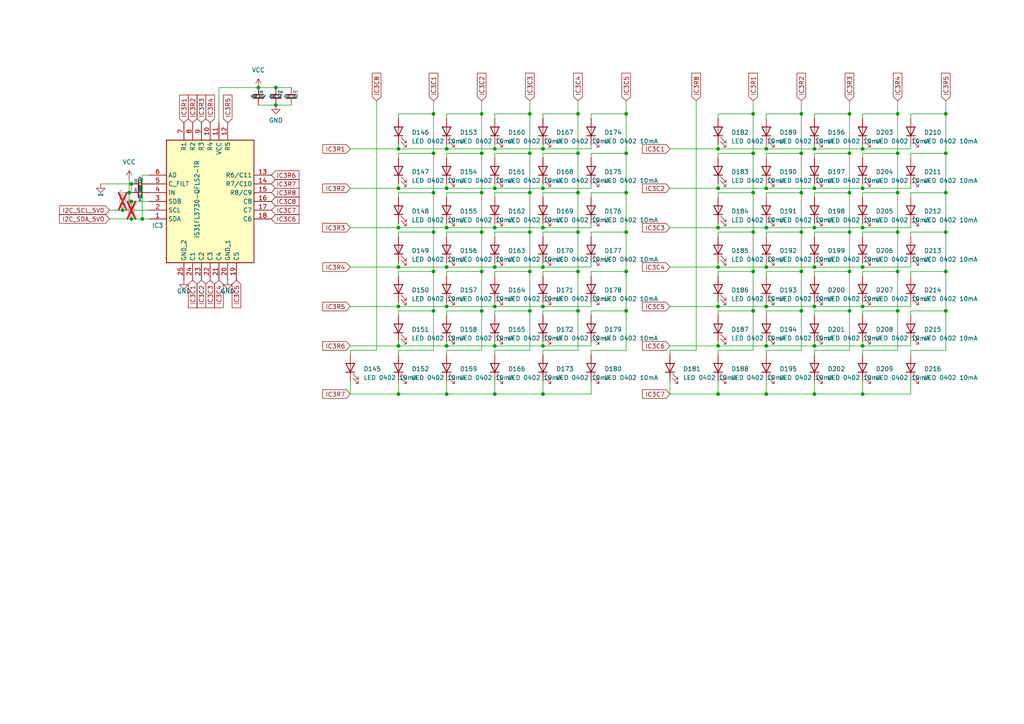
<source format=kicad_sch>
(kicad_sch (version 20231120) (generator "eeschema") (generator_version "8.0")
  (paper "A4")
  (junction (at 157.48 66.04))
  (junction (at 218.44 44.45))
  (junction (at 246.38 67.31))
  (junction (at 236.22 66.04))
  (junction (at 208.28 54.61))
  (junction (at 208.28 66.04))
  (junction (at 157.48 54.61))
  (junction (at 218.44 90.17))
  (junction (at 222.25 66.04))
  (junction (at 115.57 88.9))
  (junction (at 260.35 44.45))
  (junction (at 218.44 67.31))
  (junction (at 157.48 88.9))
  (junction (at 38.1 53.34))
  (junction (at 74.93 25.4))
  (junction (at 246.38 78.74))
  (junction (at 167.64 33.02))
  (junction (at 232.41 44.45))
  (junction (at 208.28 100.33))
  (junction (at 115.57 66.04))
  (junction (at 125.73 78.74))
  (junction (at 157.48 43.18))
  (junction (at 222.25 54.61))
  (junction (at 153.67 44.45))
  (junction (at 115.57 54.61))
  (junction (at 218.44 78.74))
  (junction (at 35.56 60.96))
  (junction (at 250.19 66.04))
  (junction (at 250.19 77.47))
  (junction (at 129.54 114.3))
  (junction (at 208.28 88.9))
  (junction (at 129.54 54.61))
  (junction (at 260.35 33.02))
  (junction (at 38.1 63.5))
  (junction (at 143.51 88.9))
  (junction (at 274.32 44.45))
  (junction (at 143.51 43.18))
  (junction (at 246.38 90.17))
  (junction (at 153.67 90.17))
  (junction (at 143.51 77.47))
  (junction (at 232.41 90.17))
  (junction (at 260.35 67.31))
  (junction (at 153.67 67.31))
  (junction (at 153.67 55.88))
  (junction (at 250.19 88.9))
  (junction (at 274.32 78.74))
  (junction (at 246.38 55.88))
  (junction (at 181.61 44.45))
  (junction (at 139.7 90.17))
  (junction (at 236.22 88.9))
  (junction (at 181.61 33.02))
  (junction (at 167.64 44.45))
  (junction (at 139.7 33.02))
  (junction (at 139.7 55.88))
  (junction (at 129.54 77.47))
  (junction (at 222.25 77.47))
  (junction (at 115.57 77.47))
  (junction (at 129.54 43.18))
  (junction (at 274.32 55.88))
  (junction (at 181.61 78.74))
  (junction (at 139.7 78.74))
  (junction (at 125.73 55.88))
  (junction (at 37.465 55.88))
  (junction (at 167.64 55.88))
  (junction (at 153.67 33.02))
  (junction (at 115.57 114.3))
  (junction (at 181.61 67.31))
  (junction (at 232.41 78.74))
  (junction (at 125.73 67.31))
  (junction (at 260.35 78.74))
  (junction (at 38.1 58.42))
  (junction (at 143.51 66.04))
  (junction (at 143.51 100.33))
  (junction (at 153.67 78.74))
  (junction (at 222.25 114.3))
  (junction (at 125.73 90.17))
  (junction (at 208.28 114.3))
  (junction (at 115.57 100.33))
  (junction (at 167.64 78.74))
  (junction (at 236.22 114.3))
  (junction (at 139.7 44.45))
  (junction (at 157.48 100.33))
  (junction (at 80.01 25.4))
  (junction (at 222.25 88.9))
  (junction (at 274.32 90.17))
  (junction (at 129.54 88.9))
  (junction (at 143.51 54.61))
  (junction (at 232.41 55.88))
  (junction (at 236.22 100.33))
  (junction (at 157.48 77.47))
  (junction (at 250.19 100.33))
  (junction (at 129.54 100.33))
  (junction (at 208.28 77.47))
  (junction (at 250.19 54.61))
  (junction (at 181.61 90.17))
  (junction (at 167.64 67.31))
  (junction (at 129.54 66.04))
  (junction (at 274.32 67.31))
  (junction (at 139.7 67.31))
  (junction (at 236.22 54.61))
  (junction (at 236.22 77.47))
  (junction (at 232.41 33.02))
  (junction (at 41.275 63.5))
  (junction (at 274.32 33.02))
  (junction (at 115.57 43.18))
  (junction (at 143.51 114.3))
  (junction (at 222.25 43.18))
  (junction (at 250.19 114.3))
  (junction (at 80.01 30.48))
  (junction (at 236.22 43.18))
  (junction (at 181.61 55.88))
  (junction (at 157.48 114.3))
  (junction (at 208.28 43.18))
  (junction (at 246.38 44.45))
  (junction (at 246.38 33.02))
  (junction (at 250.19 43.18))
  (junction (at 218.44 33.02))
  (junction (at 260.35 90.17))
  (junction (at 125.73 44.45))
  (junction (at 125.73 33.02))
  (junction (at 260.35 55.88))
  (junction (at 222.25 100.33))
  (junction (at 167.64 90.17))
  (junction (at 218.44 55.88))
  (junction (at 232.41 67.31))
  (wire (pts (xy 153.67 55.88) (xy 153.67 67.31)))
  (wire (pts (xy 171.45 80.01) (xy 171.45 78.74)))
  (wire (pts (xy 157.48 53.34) (xy 157.48 54.61)))
  (wire (pts (xy 129.54 90.17) (xy 139.7 90.17)))
  (wire (pts (xy 236.22 78.74) (xy 246.38 78.74)))
  (wire (pts (xy 153.67 78.74) (xy 153.67 90.17)))
  (wire (pts (xy 194.31 100.33) (xy 208.28 100.33)))
  (wire (pts (xy 129.54 57.15) (xy 129.54 55.88)))
  (wire (pts (xy 157.48 64.77) (xy 157.48 66.04)))
  (wire (pts (xy 250.19 57.15) (xy 250.19 55.88)))
  (wire (pts (xy 125.73 67.31) (xy 125.73 78.74)))
  (wire (pts (xy 264.16 43.18) (xy 264.16 41.91)))
  (wire (pts (xy 208.28 55.88) (xy 218.44 55.88)))
  (wire (pts (xy 222.25 88.9) (xy 236.22 88.9)))
  (wire (pts (xy 143.51 101.6) (xy 143.51 102.87)))
  (wire (pts (xy 101.6 101.6) (xy 101.6 102.87)))
  (wire (pts (xy 157.48 88.9) (xy 171.45 88.9)))
  (wire (pts (xy 250.19 34.29) (xy 250.19 33.02)))
  (wire (pts (xy 129.54 33.02) (xy 139.7 33.02)))
  (wire (pts (xy 115.57 57.15) (xy 115.57 55.88)))
  (wire (pts (xy 157.48 45.72) (xy 157.48 44.45)))
  (wire (pts (xy 264.16 67.31) (xy 274.32 67.31)))
  (wire (pts (xy 171.45 110.49) (xy 171.45 114.3)))
  (wire (pts (xy 222.25 66.04) (xy 236.22 66.04)))
  (wire (pts (xy 143.51 41.91) (xy 143.51 43.18)))
  (wire (pts (xy 157.48 54.61) (xy 171.45 54.61)))
  (wire (pts (xy 181.61 67.31) (xy 181.61 55.88)))
  (wire (pts (xy 109.22 29.21) (xy 109.22 101.6)))
  (wire (pts (xy 222.25 53.34) (xy 222.25 54.61)))
  (wire (pts (xy 139.7 29.21) (xy 139.7 33.02)))
  (wire (pts (xy 143.51 67.31) (xy 153.67 67.31)))
  (wire (pts (xy 236.22 101.6) (xy 236.22 102.87)))
  (wire (pts (xy 129.54 66.04) (xy 143.51 66.04)))
  (wire (pts (xy 157.48 76.2) (xy 157.48 77.47)))
  (wire (pts (xy 157.48 78.74) (xy 167.64 78.74)))
  (wire (pts (xy 115.57 91.44) (xy 115.57 90.17)))
  (wire (pts (xy 218.44 29.21) (xy 218.44 33.02)))
  (wire (pts (xy 274.32 33.02) (xy 274.32 29.21)))
  (wire (pts (xy 139.7 101.6) (xy 129.54 101.6)))
  (wire (pts (xy 143.51 88.9) (xy 157.48 88.9)))
  (wire (pts (xy 208.28 68.58) (xy 208.28 67.31)))
  (wire (pts (xy 194.31 88.9) (xy 208.28 88.9)))
  (wire (pts (xy 208.28 66.04) (xy 222.25 66.04)))
  (wire (pts (xy 157.48 99.06) (xy 157.48 100.33)))
  (wire (pts (xy 250.19 99.06) (xy 250.19 100.33)))
  (wire (pts (xy 129.54 54.61) (xy 143.51 54.61)))
  (wire (pts (xy 208.28 91.44) (xy 208.28 90.17)))
  (wire (pts (xy 236.22 34.29) (xy 236.22 33.02)))
  (wire (pts (xy 264.16 68.58) (xy 264.16 67.31)))
  (wire (pts (xy 115.57 99.06) (xy 115.57 100.33)))
  (wire (pts (xy 250.19 110.49) (xy 250.19 114.3)))
  (wire (pts (xy 167.64 101.6) (xy 157.48 101.6)))
  (wire (pts (xy 143.51 80.01) (xy 143.51 78.74)))
  (wire (pts (xy 260.35 55.88) (xy 260.35 67.31)))
  (wire (pts (xy 236.22 68.58) (xy 236.22 67.31)))
  (wire (pts (xy 143.51 33.02) (xy 153.67 33.02)))
  (wire (pts (xy 222.25 44.45) (xy 232.41 44.45)))
  (wire (pts (xy 171.45 88.9) (xy 171.45 87.63)))
  (wire (pts (xy 208.28 44.45) (xy 218.44 44.45)))
  (wire (pts (xy 143.51 66.04) (xy 157.48 66.04)))
  (wire (pts (xy 143.51 99.06) (xy 143.51 100.33)))
  (wire (pts (xy 181.61 44.45) (xy 181.61 33.02)))
  (wire (pts (xy 84.455 25.4) (xy 80.01 25.4)))
  (wire (pts (xy 264.16 57.15) (xy 264.16 55.88)))
  (wire (pts (xy 153.67 44.45) (xy 153.67 55.88)))
  (wire (pts (xy 264.16 66.04) (xy 264.16 64.77)))
  (wire (pts (xy 129.54 80.01) (xy 129.54 78.74)))
  (wire (pts (xy 218.44 67.31) (xy 218.44 78.74)))
  (wire (pts (xy 222.25 91.44) (xy 222.25 90.17)))
  (wire (pts (xy 194.31 43.18) (xy 208.28 43.18)))
  (wire (pts (xy 264.16 78.74) (xy 274.32 78.74)))
  (wire (pts (xy 129.54 76.2) (xy 129.54 77.47)))
  (wire (pts (xy 246.38 55.88) (xy 246.38 67.31)))
  (wire (pts (xy 167.64 29.21) (xy 167.64 33.02)))
  (wire (pts (xy 232.41 29.21) (xy 232.41 33.02)))
  (wire (pts (xy 274.32 44.45) (xy 274.32 33.02)))
  (wire (pts (xy 236.22 100.33) (xy 250.19 100.33)))
  (wire (pts (xy 143.51 64.77) (xy 143.51 66.04)))
  (wire (pts (xy 129.54 41.91) (xy 129.54 43.18)))
  (wire (pts (xy 74.93 25.4) (xy 63.5 25.4)))
  (wire (pts (xy 143.51 77.47) (xy 157.48 77.47)))
  (wire (pts (xy 218.44 33.02) (xy 218.44 44.45)))
  (wire (pts (xy 115.57 80.01) (xy 115.57 78.74)))
  (wire (pts (xy 232.41 78.74) (xy 232.41 90.17)))
  (wire (pts (xy 167.64 33.02) (xy 167.64 44.45)))
  (wire (pts (xy 129.54 43.18) (xy 143.51 43.18)))
  (wire (pts (xy 143.51 110.49) (xy 143.51 114.3)))
  (wire (pts (xy 260.35 78.74) (xy 260.35 90.17)))
  (wire (pts (xy 264.16 91.44) (xy 264.16 90.17)))
  (wire (pts (xy 171.45 66.04) (xy 171.45 64.77)))
  (wire (pts (xy 101.6 114.3) (xy 115.57 114.3)))
  (wire (pts (xy 208.28 80.01) (xy 208.28 78.74)))
  (wire (pts (xy 222.25 76.2) (xy 222.25 77.47)))
  (wire (pts (xy 115.57 101.6) (xy 115.57 102.87)))
  (wire (pts (xy 115.57 41.91) (xy 115.57 43.18)))
  (wire (pts (xy 37.465 52.07) (xy 37.465 55.88)))
  (wire (pts (xy 246.38 78.74) (xy 246.38 90.17)))
  (wire (pts (xy 236.22 64.77) (xy 236.22 66.04)))
  (wire (pts (xy 208.28 100.33) (xy 222.25 100.33)))
  (wire (pts (xy 129.54 77.47) (xy 143.51 77.47)))
  (wire (pts (xy 157.48 55.88) (xy 167.64 55.88)))
  (wire (pts (xy 222.25 87.63) (xy 222.25 88.9)))
  (wire (pts (xy 246.38 33.02) (xy 246.38 44.45)))
  (wire (pts (xy 264.16 54.61) (xy 264.16 53.34)))
  (wire (pts (xy 157.48 87.63) (xy 157.48 88.9)))
  (wire (pts (xy 143.51 44.45) (xy 153.67 44.45)))
  (wire (pts (xy 125.73 78.74) (xy 125.73 90.17)))
  (wire (pts (xy 171.45 43.18) (xy 171.45 41.91)))
  (wire (pts (xy 222.25 54.61) (xy 236.22 54.61)))
  (wire (pts (xy 194.31 54.61) (xy 208.28 54.61)))
  (wire (pts (xy 264.16 44.45) (xy 274.32 44.45)))
  (wire (pts (xy 143.51 68.58) (xy 143.51 67.31)))
  (wire (pts (xy 218.44 44.45) (xy 218.44 55.88)))
  (wire (pts (xy 264.16 45.72) (xy 264.16 44.45)))
  (wire (pts (xy 236.22 57.15) (xy 236.22 55.88)))
  (wire (pts (xy 167.64 90.17) (xy 167.64 101.6)))
  (wire (pts (xy 201.93 29.21) (xy 201.93 101.6)))
  (wire (pts (xy 115.57 68.58) (xy 115.57 67.31)))
  (wire (pts (xy 246.38 101.6) (xy 236.22 101.6)))
  (wire (pts (xy 236.22 53.34) (xy 236.22 54.61)))
  (wire (pts (xy 264.16 101.6) (xy 274.32 101.6)))
  (wire (pts (xy 115.57 90.17) (xy 125.73 90.17)))
  (wire (pts (xy 171.45 44.45) (xy 181.61 44.45)))
  (wire (pts (xy 236.22 54.61) (xy 250.19 54.61)))
  (wire (pts (xy 264.16 34.29) (xy 264.16 33.02)))
  (wire (pts (xy 250.19 77.47) (xy 264.16 77.47)))
  (wire (pts (xy 246.38 90.17) (xy 246.38 101.6)))
  (wire (pts (xy 143.51 78.74) (xy 153.67 78.74)))
  (wire (pts (xy 208.28 34.29) (xy 208.28 33.02)))
  (wire (pts (xy 250.19 101.6) (xy 250.19 102.87)))
  (wire (pts (xy 208.28 76.2) (xy 208.28 77.47)))
  (wire (pts (xy 157.48 101.6) (xy 157.48 102.87)))
  (wire (pts (xy 157.48 100.33) (xy 171.45 100.33)))
  (wire (pts (xy 232.41 101.6) (xy 222.25 101.6)))
  (wire (pts (xy 153.67 90.17) (xy 153.67 101.6)))
  (wire (pts (xy 84.455 30.48) (xy 80.01 30.48)))
  (wire (pts (xy 264.16 33.02) (xy 274.32 33.02)))
  (wire (pts (xy 157.48 110.49) (xy 157.48 114.3)))
  (wire (pts (xy 157.48 67.31) (xy 167.64 67.31)))
  (wire (pts (xy 208.28 78.74) (xy 218.44 78.74)))
  (wire (pts (xy 167.64 44.45) (xy 167.64 55.88)))
  (wire (pts (xy 208.28 77.47) (xy 222.25 77.47)))
  (wire (pts (xy 218.44 78.74) (xy 218.44 90.17)))
  (wire (pts (xy 222.25 33.02) (xy 232.41 33.02)))
  (wire (pts (xy 250.19 41.91) (xy 250.19 43.18)))
  (wire (pts (xy 194.31 77.47) (xy 208.28 77.47)))
  (wire (pts (xy 115.57 53.34) (xy 115.57 54.61)))
  (wire (pts (xy 171.45 91.44) (xy 171.45 90.17)))
  (wire (pts (xy 236.22 114.3) (xy 250.19 114.3)))
  (wire (pts (xy 139.7 55.88) (xy 139.7 67.31)))
  (wire (pts (xy 38.1 63.5) (xy 41.275 63.5)))
  (wire (pts (xy 115.57 34.29) (xy 115.57 33.02)))
  (wire (pts (xy 274.32 55.88) (xy 274.32 44.45)))
  (wire (pts (xy 250.19 54.61) (xy 264.16 54.61)))
  (wire (pts (xy 74.93 25.4) (xy 80.01 25.4)))
  (wire (pts (xy 31.75 60.96) (xy 35.56 60.96)))
  (wire (pts (xy 208.28 110.49) (xy 208.28 114.3)))
  (wire (pts (xy 129.54 91.44) (xy 129.54 90.17)))
  (wire (pts (xy 222.25 110.49) (xy 222.25 114.3)))
  (wire (pts (xy 274.32 78.74) (xy 274.32 67.31)))
  (wire (pts (xy 101.6 54.61) (xy 115.57 54.61)))
  (wire (pts (xy 167.64 67.31) (xy 167.64 78.74)))
  (wire (pts (xy 129.54 101.6) (xy 129.54 102.87)))
  (wire (pts (xy 157.48 90.17) (xy 167.64 90.17)))
  (wire (pts (xy 115.57 88.9) (xy 129.54 88.9)))
  (wire (pts (xy 232.41 90.17) (xy 232.41 101.6)))
  (wire (pts (xy 115.57 55.88) (xy 125.73 55.88)))
  (wire (pts (xy 129.54 64.77) (xy 129.54 66.04)))
  (wire (pts (xy 139.7 90.17) (xy 139.7 101.6)))
  (wire (pts (xy 41.275 63.5) (xy 43.18 63.5)))
  (wire (pts (xy 260.35 90.17) (xy 260.35 101.6)))
  (wire (pts (xy 222.25 57.15) (xy 222.25 55.88)))
  (wire (pts (xy 157.48 33.02) (xy 167.64 33.02)))
  (wire (pts (xy 222.25 64.77) (xy 222.25 66.04)))
  (wire (pts (xy 129.54 44.45) (xy 139.7 44.45)))
  (wire (pts (xy 250.19 100.33) (xy 264.16 100.33)))
  (wire (pts (xy 181.61 90.17) (xy 181.61 78.74)))
  (wire (pts (xy 232.41 55.88) (xy 232.41 67.31)))
  (wire (pts (xy 171.45 101.6) (xy 171.45 102.87)))
  (wire (pts (xy 35.56 60.96) (xy 43.18 60.96)))
  (wire (pts (xy 157.48 57.15) (xy 157.48 55.88)))
  (wire (pts (xy 274.32 90.17) (xy 274.32 78.74)))
  (wire (pts (xy 143.51 76.2) (xy 143.51 77.47)))
  (wire (pts (xy 129.54 45.72) (xy 129.54 44.45)))
  (wire (pts (xy 125.73 33.02) (xy 125.73 44.45)))
  (wire (pts (xy 143.51 53.34) (xy 143.51 54.61)))
  (wire (pts (xy 80.01 30.48) (xy 74.93 30.48)))
  (wire (pts (xy 115.57 78.74) (xy 125.73 78.74)))
  (wire (pts (xy 250.19 67.31) (xy 260.35 67.31)))
  (wire (pts (xy 101.6 66.04) (xy 115.57 66.04)))
  (wire (pts (xy 38.1 53.34) (xy 38.1 55.88)))
  (wire (pts (xy 194.31 66.04) (xy 208.28 66.04)))
  (wire (pts (xy 236.22 77.47) (xy 250.19 77.47)))
  (wire (pts (xy 222.25 68.58) (xy 222.25 67.31)))
  (wire (pts (xy 208.28 67.31) (xy 218.44 67.31)))
  (wire (pts (xy 222.25 114.3) (xy 236.22 114.3)))
  (wire (pts (xy 236.22 110.49) (xy 236.22 114.3)))
  (wire (pts (xy 143.51 91.44) (xy 143.51 90.17)))
  (wire (pts (xy 218.44 90.17) (xy 218.44 101.6)))
  (wire (pts (xy 260.35 101.6) (xy 250.19 101.6)))
  (wire (pts (xy 208.28 101.6) (xy 208.28 102.87)))
  (wire (pts (xy 101.6 88.9) (xy 115.57 88.9)))
  (wire (pts (xy 246.38 29.21) (xy 246.38 33.02)))
  (wire (pts (xy 101.6 100.33) (xy 115.57 100.33)))
  (wire (pts (xy 222.25 99.06) (xy 222.25 100.33)))
  (wire (pts (xy 264.16 55.88) (xy 274.32 55.88)))
  (wire (pts (xy 208.28 41.91) (xy 208.28 43.18)))
  (wire (pts (xy 232.41 67.31) (xy 232.41 78.74)))
  (wire (pts (xy 125.73 90.17) (xy 125.73 101.6)))
  (wire (pts (xy 232.41 33.02) (xy 232.41 44.45)))
  (wire (pts (xy 157.48 34.29) (xy 157.48 33.02)))
  (wire (pts (xy 129.54 34.29) (xy 129.54 33.02)))
  (wire (pts (xy 35.56 55.88) (xy 37.465 55.88)))
  (wire (pts (xy 171.45 57.15) (xy 171.45 55.88)))
  (wire (pts (xy 139.7 33.02) (xy 139.7 44.45)))
  (wire (pts (xy 218.44 55.88) (xy 218.44 67.31)))
  (wire (pts (xy 125.73 29.21) (xy 125.73 33.02)))
  (wire (pts (xy 101.6 114.3) (xy 101.6 110.49)))
  (wire (pts (xy 115.57 100.33) (xy 129.54 100.33)))
  (wire (pts (xy 250.19 90.17) (xy 260.35 90.17)))
  (wire (pts (xy 115.57 64.77) (xy 115.57 66.04)))
  (wire (pts (xy 171.45 33.02) (xy 181.61 33.02)))
  (wire (pts (xy 157.48 66.04) (xy 171.45 66.04)))
  (wire (pts (xy 157.48 43.18) (xy 171.45 43.18)))
  (wire (pts (xy 222.25 78.74) (xy 232.41 78.74)))
  (wire (pts (xy 171.45 78.74) (xy 181.61 78.74)))
  (wire (pts (xy 129.54 55.88) (xy 139.7 55.88)))
  (wire (pts (xy 157.48 44.45) (xy 167.64 44.45)))
  (wire (pts (xy 143.51 100.33) (xy 157.48 100.33)))
  (wire (pts (xy 236.22 33.02) (xy 246.38 33.02)))
  (wire (pts (xy 250.19 78.74) (xy 260.35 78.74)))
  (wire (pts (xy 208.28 43.18) (xy 222.25 43.18)))
  (wire (pts (xy 171.45 77.47) (xy 171.45 76.2)))
  (wire (pts (xy 208.28 99.06) (xy 208.28 100.33)))
  (wire (pts (xy 171.45 68.58) (xy 171.45 67.31)))
  (wire (pts (xy 115.57 67.31) (xy 125.73 67.31)))
  (wire (pts (xy 157.48 68.58) (xy 157.48 67.31)))
  (wire (pts (xy 139.7 67.31) (xy 139.7 78.74)))
  (wire (pts (xy 236.22 45.72) (xy 236.22 44.45)))
  (wire (pts (xy 194.31 114.3) (xy 194.31 110.49)))
  (wire (pts (xy 250.19 76.2) (xy 250.19 77.47)))
  (wire (pts (xy 125.73 101.6) (xy 115.57 101.6)))
  (wire (pts (xy 250.19 53.34) (xy 250.19 54.61)))
  (wire (pts (xy 157.48 91.44) (xy 157.48 90.17)))
  (wire (pts (xy 201.93 101.6) (xy 194.31 101.6)))
  (wire (pts (xy 250.19 68.58) (xy 250.19 67.31)))
  (wire (pts (xy 101.6 77.47) (xy 115.57 77.47)))
  (wire (pts (xy 250.19 66.04) (xy 264.16 66.04)))
  (wire (pts (xy 222.25 34.29) (xy 222.25 33.02)))
  (wire (pts (xy 181.61 78.74) (xy 181.61 67.31)))
  (wire (pts (xy 63.5 35.56) (xy 63.5 25.4)))
  (wire (pts (xy 250.19 114.3) (xy 264.16 114.3)))
  (wire (pts (xy 218.44 101.6) (xy 208.28 101.6)))
  (wire (pts (xy 139.7 78.74) (xy 139.7 90.17)))
  (wire (pts (xy 129.54 99.06) (xy 129.54 100.33)))
  (wire (pts (xy 31.75 63.5) (xy 38.1 63.5)))
  (wire (pts (xy 115.57 77.47) (xy 129.54 77.47)))
  (wire (pts (xy 250.19 64.77) (xy 250.19 66.04)))
  (wire (pts (xy 236.22 99.06) (xy 236.22 100.33)))
  (wire (pts (xy 129.54 67.31) (xy 139.7 67.31)))
  (wire (pts (xy 157.48 77.47) (xy 171.45 77.47)))
  (wire (pts (xy 236.22 91.44) (xy 236.22 90.17)))
  (wire (pts (xy 250.19 80.01) (xy 250.19 78.74)))
  (wire (pts (xy 143.51 90.17) (xy 153.67 90.17)))
  (wire (pts (xy 264.16 77.47) (xy 264.16 76.2)))
  (wire (pts (xy 129.54 88.9) (xy 143.51 88.9)))
  (wire (pts (xy 250.19 43.18) (xy 264.16 43.18)))
  (wire (pts (xy 129.54 87.63) (xy 129.54 88.9)))
  (wire (pts (xy 222.25 55.88) (xy 232.41 55.88)))
  (wire (pts (xy 260.35 44.45) (xy 260.35 55.88)))
  (wire (pts (xy 264.16 90.17) (xy 274.32 90.17)))
  (wire (pts (xy 153.67 101.6) (xy 143.51 101.6)))
  (wire (pts (xy 222.25 77.47) (xy 236.22 77.47)))
  (wire (pts (xy 222.25 90.17) (xy 232.41 90.17)))
  (wire (pts (xy 101.6 43.18) (xy 115.57 43.18)))
  (wire (pts (xy 157.48 114.3) (xy 171.45 114.3)))
  (wire (pts (xy 167.64 55.88) (xy 167.64 67.31)))
  (wire (pts (xy 157.48 41.91) (xy 157.48 43.18)))
  (wire (pts (xy 236.22 66.04) (xy 250.19 66.04)))
  (wire (pts (xy 181.61 33.02) (xy 181.61 29.21)))
  (wire (pts (xy 236.22 76.2) (xy 236.22 77.47)))
  (wire (pts (xy 222.25 41.91) (xy 222.25 43.18)))
  (wire (pts (xy 236.22 87.63) (xy 236.22 88.9)))
  (wire (pts (xy 236.22 44.45) (xy 246.38 44.45)))
  (wire (pts (xy 236.22 80.01) (xy 236.22 78.74)))
  (wire (pts (xy 143.51 87.63) (xy 143.51 88.9)))
  (wire (pts (xy 143.51 57.15) (xy 143.51 55.88)))
  (wire (pts (xy 236.22 88.9) (xy 250.19 88.9)))
  (wire (pts (xy 143.51 45.72) (xy 143.51 44.45)))
  (wire (pts (xy 194.31 114.3) (xy 208.28 114.3)))
  (wire (pts (xy 157.48 80.01) (xy 157.48 78.74)))
  (wire (pts (xy 194.31 101.6) (xy 194.31 102.87)))
  (wire (pts (xy 171.45 100.33) (xy 171.45 99.06)))
  (wire (pts (xy 37.465 55.88) (xy 37.465 58.42)))
  (wire (pts (xy 264.16 101.6) (xy 264.16 102.87)))
  (wire (pts (xy 167.64 78.74) (xy 167.64 90.17)))
  (wire (pts (xy 208.28 87.63) (xy 208.28 88.9)))
  (wire (pts (xy 274.32 101.6) (xy 274.32 90.17)))
  (wire (pts (xy 41.275 50.8) (xy 43.18 50.8)))
  (wire (pts (xy 250.19 88.9) (xy 264.16 88.9)))
  (wire (pts (xy 222.25 101.6) (xy 222.25 102.87)))
  (wire (pts (xy 153.67 29.21) (xy 153.67 33.02)))
  (wire (pts (xy 171.45 67.31) (xy 181.61 67.31)))
  (wire (pts (xy 236.22 41.91) (xy 236.22 43.18)))
  (wire (pts (xy 246.38 44.45) (xy 246.38 55.88)))
  (wire (pts (xy 250.19 91.44) (xy 250.19 90.17)))
  (wire (pts (xy 115.57 110.49) (xy 115.57 114.3)))
  (wire (pts (xy 236.22 90.17) (xy 246.38 90.17)))
  (wire (pts (xy 232.41 44.45) (xy 232.41 55.88)))
  (wire (pts (xy 250.19 33.02) (xy 260.35 33.02)))
  (wire (pts (xy 125.73 44.45) (xy 125.73 55.88)))
  (wire (pts (xy 115.57 45.72) (xy 115.57 44.45)))
  (wire (pts (xy 171.45 45.72) (xy 171.45 44.45)))
  (wire (pts (xy 208.28 90.17) (xy 218.44 90.17)))
  (wire (pts (xy 143.51 43.18) (xy 157.48 43.18)))
  (wire (pts (xy 41.275 63.5) (xy 41.275 50.8)))
  (wire (pts (xy 171.45 90.17) (xy 181.61 90.17)))
  (wire (pts (xy 208.28 64.77) (xy 208.28 66.04)))
  (wire (pts (xy 171.45 34.29) (xy 171.45 33.02)))
  (wire (pts (xy 129.54 68.58) (xy 129.54 67.31)))
  (wire (pts (xy 222.25 100.33) (xy 236.22 100.33)))
  (wire (pts (xy 260.35 29.21) (xy 260.35 33.02)))
  (wire (pts (xy 129.54 100.33) (xy 143.51 100.33)))
  (wire (pts (xy 222.25 80.01) (xy 222.25 78.74)))
  (wire (pts (xy 264.16 88.9) (xy 264.16 87.63)))
  (wire (pts (xy 236.22 67.31) (xy 246.38 67.31)))
  (wire (pts (xy 171.45 54.61) (xy 171.45 53.34)))
  (wire (pts (xy 250.19 44.45) (xy 260.35 44.45)))
  (wire (pts (xy 246.38 67.31) (xy 246.38 78.74)))
  (wire (pts (xy 274.32 67.31) (xy 274.32 55.88)))
  (wire (pts (xy 153.67 33.02) (xy 153.67 44.45)))
  (wire (pts (xy 208.28 33.02) (xy 218.44 33.02)))
  (wire (pts (xy 208.28 88.9) (xy 222.25 88.9)))
  (wire (pts (xy 38.1 53.34) (xy 29.21 53.34)))
  (wire (pts (xy 143.51 114.3) (xy 157.48 114.3)))
  (wire (pts (xy 115.57 54.61) (xy 129.54 54.61)))
  (wire (pts (xy 208.28 114.3) (xy 222.25 114.3)))
  (wire (pts (xy 208.28 54.61) (xy 222.25 54.61)))
  (wire (pts (xy 125.73 55.88) (xy 125.73 67.31)))
  (wire (pts (xy 129.54 78.74) (xy 139.7 78.74)))
  (wire (pts (xy 208.28 45.72) (xy 208.28 44.45)))
  (wire (pts (xy 143.51 55.88) (xy 153.67 55.88)))
  (wire (pts (xy 139.7 44.45) (xy 139.7 55.88)))
  (wire (pts (xy 260.35 33.02) (xy 260.35 44.45)))
  (wire (pts (xy 260.35 67.31) (xy 260.35 78.74)))
  (wire (pts (xy 264.16 80.01) (xy 264.16 78.74)))
  (wire (pts (xy 236.22 55.88) (xy 246.38 55.88)))
  (wire (pts (xy 153.67 67.31) (xy 153.67 78.74)))
  (wire (pts (xy 250.19 55.88) (xy 260.35 55.88)))
  (wire (pts (xy 250.19 45.72) (xy 250.19 44.45)))
  (wire (pts (xy 129.54 110.49) (xy 129.54 114.3)))
  (wire (pts (xy 115.57 66.04) (xy 129.54 66.04)))
  (wire (pts (xy 181.61 55.88) (xy 181.61 44.45)))
  (wire (pts (xy 236.22 43.18) (xy 250.19 43.18)))
  (wire (pts (xy 250.19 87.63) (xy 250.19 88.9)))
  (wire (pts (xy 222.25 43.18) (xy 236.22 43.18)))
  (wire (pts (xy 129.54 114.3) (xy 143.51 114.3)))
  (wire (pts (xy 181.61 101.6) (xy 181.61 90.17)))
  (wire (pts (xy 115.57 44.45) (xy 125.73 44.45)))
  (wire (pts (xy 222.25 45.72) (xy 222.25 44.45)))
  (wire (pts (xy 115.57 114.3) (xy 129.54 114.3)))
  (wire (pts (xy 171.45 55.88) (xy 181.61 55.88)))
  (wire (pts (xy 115.57 33.02) (xy 125.73 33.02)))
  (wire (pts (xy 129.54 53.34) (xy 129.54 54.61)))
  (wire (pts (xy 264.16 110.49) (xy 264.16 114.3)))
  (wire (pts (xy 115.57 43.18) (xy 129.54 43.18)))
  (wire (pts (xy 208.28 53.34) (xy 208.28 54.61)))
  (wire (pts (xy 109.22 101.6) (xy 101.6 101.6)))
  (wire (pts (xy 143.51 54.61) (xy 157.48 54.61)))
  (wire (pts (xy 38.1 58.42) (xy 43.18 58.42)))
  (wire (pts (xy 208.28 57.15) (xy 208.28 55.88)))
  (wire (pts (xy 115.57 76.2) (xy 115.57 77.47)))
  (wire (pts (xy 264.16 100.33) (xy 264.16 99.06)))
  (wire (pts (xy 37.465 58.42) (xy 38.1 58.42)))
  (wire (pts (xy 115.57 87.63) (xy 115.57 88.9)))
  (wire (pts (xy 171.45 101.6) (xy 181.61 101.6)))
  (wire (pts (xy 143.51 34.29) (xy 143.51 33.02)))
  (wire (pts (xy 222.25 67.31) (xy 232.41 67.31)))
  (global_label "I2C_SCL_5V0" (shape input) (at 31.75 60.96 180) (property "Intersheetrefs" "${INTERSHEET_REFS}" (effects (hide yes))))
  (global_label "IC3C4" (shape input) (at 194.31 77.47 180) (property "Intersheetrefs" "${INTERSHEET_REFS}" (effects (hide yes))))
  (global_label "IC3R7" (shape input) (at 101.6 114.3 180) (property "Intersheetrefs" "${INTERSHEET_REFS}" (effects (hide yes))))
  (global_label "IC3R1" (shape input) (at 218.44 29.21 90) (property "Intersheetrefs" "${INTERSHEET_REFS}" (effects (hide yes))))
  (global_label "IC3R4" (shape input) (at 60.96 35.56 90) (property "Intersheetrefs" "${INTERSHEET_REFS}" (effects (hide yes))))
  (global_label "IC3C8" (shape input) (at 78.74 58.42 0) (property "Intersheetrefs" "${INTERSHEET_REFS}" (effects (hide yes))))
  (global_label "IC3R1" (shape input) (at 53.34 35.56 90) (property "Intersheetrefs" "${INTERSHEET_REFS}" (effects (hide yes))))
  (global_label "IC3C6" (shape input) (at 78.74 63.5 0) (property "Intersheetrefs" "${INTERSHEET_REFS}" (effects (hide yes))))
  (global_label "IC3C5" (shape input) (at 68.58 81.28 270) (property "Intersheetrefs" "${INTERSHEET_REFS}" (effects (hide yes))))
  (global_label "IC3C1" (shape input) (at 125.73 29.21 90) (property "Intersheetrefs" "${INTERSHEET_REFS}" (effects (hide yes))))
  (global_label "IC3C3" (shape input) (at 153.67 29.21 90) (property "Intersheetrefs" "${INTERSHEET_REFS}" (effects (hide yes))))
  (global_label "IC3C5" (shape input) (at 194.31 88.9 180) (property "Intersheetrefs" "${INTERSHEET_REFS}" (effects (hide yes))))
  (global_label "IC3R2" (shape input) (at 55.88 35.56 90) (property "Intersheetrefs" "${INTERSHEET_REFS}" (effects (hide yes))))
  (global_label "IC3C1" (shape input) (at 194.31 43.18 180) (property "Intersheetrefs" "${INTERSHEET_REFS}" (effects (hide yes))))
  (global_label "IC3C8" (shape input) (at 109.22 29.21 90) (property "Intersheetrefs" "${INTERSHEET_REFS}" (effects (hide yes))))
  (global_label "IC3R4" (shape input) (at 101.6 77.47 180) (property "Intersheetrefs" "${INTERSHEET_REFS}" (effects (hide yes))))
  (global_label "IC3R8" (shape input) (at 201.93 29.21 90) (property "Intersheetrefs" "${INTERSHEET_REFS}" (effects (hide yes))))
  (global_label "IC3R4" (shape input) (at 260.35 29.21 90) (property "Intersheetrefs" "${INTERSHEET_REFS}" (effects (hide yes))))
  (global_label "IC3R6" (shape input) (at 78.74 50.8 0) (property "Intersheetrefs" "${INTERSHEET_REFS}" (effects (hide yes))))
  (global_label "IC3C3" (shape input) (at 60.96 81.28 270) (property "Intersheetrefs" "${INTERSHEET_REFS}" (effects (hide yes))))
  (global_label "IC3R3" (shape input) (at 58.42 35.56 90) (property "Intersheetrefs" "${INTERSHEET_REFS}" (effects (hide yes))))
  (global_label "I2C_SDA_5V0" (shape input) (at 31.75 63.5 180) (property "Intersheetrefs" "${INTERSHEET_REFS}" (effects (hide yes))))
  (global_label "IC3R7" (shape input) (at 78.74 53.34 0) (property "Intersheetrefs" "${INTERSHEET_REFS}" (effects (hide yes))))
  (global_label "IC3C4" (shape input) (at 63.5 81.28 270) (property "Intersheetrefs" "${INTERSHEET_REFS}" (effects (hide yes))))
  (global_label "IC3C2" (shape input) (at 139.7 29.21 90) (property "Intersheetrefs" "${INTERSHEET_REFS}" (effects (hide yes))))
  (global_label "IC3R8" (shape input) (at 78.74 55.88 0) (property "Intersheetrefs" "${INTERSHEET_REFS}" (effects (hide yes))))
  (global_label "IC3C7" (shape input) (at 194.31 114.3 180) (property "Intersheetrefs" "${INTERSHEET_REFS}" (effects (hide yes))))
  (global_label "IC3R5" (shape input) (at 274.32 29.21 90) (property "Intersheetrefs" "${INTERSHEET_REFS}" (effects (hide yes))))
  (global_label "IC3C6" (shape input) (at 194.31 100.33 180) (property "Intersheetrefs" "${INTERSHEET_REFS}" (effects (hide yes))))
  (global_label "IC3R2" (shape input) (at 101.6 54.61 180) (property "Intersheetrefs" "${INTERSHEET_REFS}" (effects (hide yes))))
  (global_label "IC3R5" (shape input) (at 66.04 35.56 90) (property "Intersheetrefs" "${INTERSHEET_REFS}" (effects (hide yes))))
  (global_label "IC3R5" (shape input) (at 101.6 88.9 180) (property "Intersheetrefs" "${INTERSHEET_REFS}" (effects (hide yes))))
  (global_label "IC3R2" (shape input) (at 232.41 29.21 90) (property "Intersheetrefs" "${INTERSHEET_REFS}" (effects (hide yes))))
  (global_label "IC3C4" (shape input) (at 167.64 29.21 90) (property "Intersheetrefs" "${INTERSHEET_REFS}" (effects (hide yes))))
  (global_label "IC3R1" (shape input) (at 101.6 43.18 180) (property "Intersheetrefs" "${INTERSHEET_REFS}" (effects (hide yes))))
  (global_label "IC3R3" (shape input) (at 101.6 66.04 180) (property "Intersheetrefs" "${INTERSHEET_REFS}" (effects (hide yes))))
  (global_label "IC3C3" (shape input) (at 194.31 66.04 180) (property "Intersheetrefs" "${INTERSHEET_REFS}" (effects (hide yes))))
  (global_label "IC3C2" (shape input) (at 194.31 54.61 180) (property "Intersheetrefs" "${INTERSHEET_REFS}" (effects (hide yes))))
  (global_label "IC3C5" (shape input) (at 181.61 29.21 90) (property "Intersheetrefs" "${INTERSHEET_REFS}" (effects (hide yes))))
  (global_label "IC3R3" (shape input) (at 246.38 29.21 90) (property "Intersheetrefs" "${INTERSHEET_REFS}" (effects (hide yes))))
  (global_label "IC3C2" (shape input) (at 58.42 81.28 270) (property "Intersheetrefs" "${INTERSHEET_REFS}" (effects (hide yes))))
  (global_label "IC3R6" (shape input) (at 101.6 100.33 180) (property "Intersheetrefs" "${INTERSHEET_REFS}" (effects (hide yes))))
  (global_label "IC3C7" (shape input) (at 78.74 60.96 0) (property "Intersheetrefs" "${INTERSHEET_REFS}" (effects (hide yes))))
  (global_label "IC3C1" (shape input) (at 55.88 81.28 270) (property "Intersheetrefs" "${INTERSHEET_REFS}" (effects (hide yes))))
  (symbol (lib_id "power:GND") (at 53.34 81.28 0) (mirror y) (unit 1)
    (property "Reference" "#PWR017" (effects (hide yes)))
    (property "Value" "GND" (at 53.34 84.455 0))
  )
  (symbol (lib_id "Device:LED") (at 143.51 83.82 90) (unit 1)
    (property "Reference" "D164" (at 147.32 84.1375 90) (effects (justify right)))
    (property "Value" "LED 0402 10mA" (at 147.32 86.6775 90) (effects (justify right)))
    (property "Footprint" "LED_SMD:LED_0402_1005Metric" (effects (hide yes)))
  )
  (symbol (lib_id "Device:C_Small") (at 80.01 27.94 0) (unit 1)
    (property "Reference" "C16" (at 81.28 26.67 0) (effects (font (size 0.5 0.5))))
    (property "Value" "0402 1uF" (at 80.01 27.94 0) (effects (font (size 0.5 0.5))))
    (property "Footprint" "Capacitor_SMD:C_0402_1005Metric" (effects (hide yes)))
  )
  (symbol (lib_id "Device:C_Small") (at 40.64 53.34 90) (unit 1)
    (property "Reference" "C13" (at 39.37 52.705 0) (effects (font (size 0.5 0.5))))
    (property "Value" "0402 0.1uF" (at 40.64 53.34 0) (effects (font (size 0.5 0.5))))
    (property "Footprint" "Capacitor_SMD:C_0402_1005Metric" (effects (hide yes)))
  )
  (symbol (lib_id "Device:LED") (at 157.48 38.1 90) (unit 1)
    (property "Reference" "D167" (at 161.29 38.4175 90) (effects (justify right)))
    (property "Value" "LED 0402 10mA" (at 161.29 40.9575 90) (effects (justify right)))
    (property "Footprint" "LED_SMD:LED_0402_1005Metric" (effects (hide yes)))
  )
  (symbol (lib_id "Device:LED") (at 250.19 38.1 90) (unit 1)
    (property "Reference" "D203" (at 254 38.4175 90) (effects (justify right)))
    (property "Value" "LED 0402 10mA" (at 254 40.9575 90) (effects (justify right)))
    (property "Footprint" "LED_SMD:LED_0402_1005Metric" (effects (hide yes)))
  )
  (symbol (lib_id "Device:LED") (at 222.25 72.39 90) (unit 1)
    (property "Reference" "D192" (at 226.06 72.7075 90) (effects (justify right)))
    (property "Value" "LED 0402 10mA" (at 226.06 75.2475 90) (effects (justify right)))
    (property "Footprint" "LED_SMD:LED_0402_1005Metric" (effects (hide yes)))
  )
  (symbol (lib_id "Device:LED") (at 236.22 60.96 90) (unit 1)
    (property "Reference" "D198" (at 240.03 61.2775 90) (effects (justify right)))
    (property "Value" "LED 0402 10mA" (at 240.03 63.8175 90) (effects (justify right)))
    (property "Footprint" "LED_SMD:LED_0402_1005Metric" (effects (hide yes)))
  )
  (symbol (lib_id "Device:LED") (at 129.54 38.1 90) (unit 1)
    (property "Reference" "D153" (at 133.35 38.4175 90) (effects (justify right)))
    (property "Value" "LED 0402 10mA" (at 133.35 40.9575 90) (effects (justify right)))
    (property "Footprint" "LED_SMD:LED_0402_1005Metric" (effects (hide yes)))
  )
  (symbol (lib_id "power:GND") (at 29.21 53.34 0) (unit 1)
    (property "Reference" "#PWR015" (effects (hide yes)))
    (property "Value" "GND" (at 29.21 56.515 0) (effects (font (size 0.5 0.5))))
  )
  (symbol (lib_id "Device:LED") (at 208.28 60.96 90) (unit 1)
    (property "Reference" "D184" (at 212.09 61.2775 90) (effects (justify right)))
    (property "Value" "LED 0402 10mA" (at 212.09 63.8175 90) (effects (justify right)))
    (property "Footprint" "LED_SMD:LED_0402_1005Metric" (effects (hide yes)))
  )
  (symbol (lib_id "IS31FL3730-QFLS2-TR:IS31FL3730-QFLS2-TR") (at 43.18 63.5 0) (mirror x) (unit 1)
    (property "Reference" "IC3" (at 45.72 65.405 0))
    (property "Value" "IS31FL3730-QFLS2-TR" (at 57.15 57.785 90))
    (property "Footprint" "Package_DFN_QFN:QFN-24-1EP_4x4mm_P0.5mm_EP2.6x2.6mm_ThermalVias" (effects (hide yes)))
    (property "Datasheet" "https://componentsearchengine.com/Datasheets/1/IS31FL3730-QFLS2-TR.pdf" (effects (hide yes)))
    (property "Height" "0.8" (effects (hide yes)))
    (property "Mouser Part Number" "870-IS31FL3730QFLS2R" (effects (hide yes)))
    (property "Mouser Price/Stock" "https://www.mouser.com/Search/Refine.aspx?Keyword=870-IS31FL3730QFLS2R" (effects (hide yes)))
    (property "Manufacturer_Name" "Integrated Silicon Solution Inc." (effects (hide yes)))
    (property "Manufacturer_Part_Number" "IS31FL3730-QFLS2-TR" (effects (hide yes)))
  )
  (symbol (lib_id "Device:LED") (at 208.28 106.68 90) (unit 1)
    (property "Reference" "D188" (at 212.09 106.9975 90) (effects (justify right)))
    (property "Value" "LED 0402 10mA" (at 212.09 109.5375 90) (effects (justify right)))
    (property "Footprint" "LED_SMD:LED_0402_1005Metric" (effects (hide yes)))
  )
  (symbol (lib_id "Device:LED") (at 115.57 106.68 90) (unit 1)
    (property "Reference" "D152" (at 119.38 106.9975 90) (effects (justify right)))
    (property "Value" "LED 0402 10mA" (at 119.38 109.5375 90) (effects (justify right)))
    (property "Footprint" "LED_SMD:LED_0402_1005Metric" (effects (hide yes)))
  )
  (symbol (lib_id "Device:LED") (at 129.54 49.53 90) (unit 1)
    (property "Reference" "D154" (at 133.35 49.8475 90) (effects (justify right)))
    (property "Value" "LED 0402 10mA" (at 133.35 52.3875 90) (effects (justify right)))
    (property "Footprint" "LED_SMD:LED_0402_1005Metric" (effects (hide yes)))
  )
  (symbol (lib_id "Device:LED") (at 171.45 72.39 90) (unit 1)
    (property "Reference" "D177" (at 175.26 72.7075 90) (effects (justify right)))
    (property "Value" "LED 0402 10mA" (at 175.26 75.2475 90) (effects (justify right)))
    (property "Footprint" "LED_SMD:LED_0402_1005Metric" (effects (hide yes)))
  )
  (symbol (lib_id "Device:LED") (at 157.48 72.39 90) (unit 1)
    (property "Reference" "D170" (at 161.29 72.7075 90) (effects (justify right)))
    (property "Value" "LED 0402 10mA" (at 161.29 75.2475 90) (effects (justify right)))
    (property "Footprint" "LED_SMD:LED_0402_1005Metric" (effects (hide yes)))
  )
  (symbol (lib_id "Device:LED") (at 194.31 106.68 90) (unit 1)
    (property "Reference" "D181" (at 198.12 106.9975 90) (effects (justify right)))
    (property "Value" "LED 0402 10mA" (at 198.12 109.5375 90) (effects (justify right)))
    (property "Footprint" "LED_SMD:LED_0402_1005Metric" (effects (hide yes)))
  )
  (symbol (lib_id "power:GND") (at 66.04 81.28 0) (mirror y) (unit 1)
    (property "Reference" "#PWR018" (effects (hide yes)))
    (property "Value" "GND" (at 66.04 84.455 0))
  )
  (symbol (lib_id "Device:LED") (at 129.54 83.82 90) (unit 1)
    (property "Reference" "D157" (at 133.35 84.1375 90) (effects (justify right)))
    (property "Value" "LED 0402 10mA" (at 133.35 86.6775 90) (effects (justify right)))
    (property "Footprint" "LED_SMD:LED_0402_1005Metric" (effects (hide yes)))
  )
  (symbol (lib_id "Device:LED") (at 129.54 106.68 90) (unit 1)
    (property "Reference" "D159" (at 133.35 106.9975 90) (effects (justify right)))
    (property "Value" "LED 0402 10mA" (at 133.35 109.5375 90) (effects (justify right)))
    (property "Footprint" "LED_SMD:LED_0402_1005Metric" (effects (hide yes)))
  )
  (symbol (lib_id "Device:LED") (at 250.19 95.25 90) (unit 1)
    (property "Reference" "D208" (at 254 95.5675 90) (effects (justify right)))
    (property "Value" "LED 0402 10mA" (at 254 98.1075 90) (effects (justify right)))
    (property "Footprint" "LED_SMD:LED_0402_1005Metric" (effects (hide yes)))
  )
  (symbol (lib_id "Device:LED") (at 208.28 95.25 90) (unit 1)
    (property "Reference" "D187" (at 212.09 95.5675 90) (effects (justify right)))
    (property "Value" "LED 0402 10mA" (at 212.09 98.1075 90) (effects (justify right)))
    (property "Footprint" "LED_SMD:LED_0402_1005Metric" (effects (hide yes)))
  )
  (symbol (lib_id "power:VCC") (at 74.93 25.4 0) (unit 1)
    (property "Reference" "#PWR019" (effects (hide yes)))
    (property "Value" "VCC" (at 74.93 20.32 0))
  )
  (symbol (lib_id "Device:LED") (at 115.57 72.39 90) (unit 1)
    (property "Reference" "D149" (at 119.38 72.7075 90) (effects (justify right)))
    (property "Value" "LED 0402 10mA" (at 119.38 75.2475 90) (effects (justify right)))
    (property "Footprint" "LED_SMD:LED_0402_1005Metric" (effects (hide yes)))
  )
  (symbol (lib_id "Device:C_Small") (at 84.455 27.94 0) (unit 1)
    (property "Reference" "C17" (at 85.725 26.67 0) (effects (font (size 0.5 0.5))))
    (property "Value" "0402 10uF" (at 84.455 27.94 0) (effects (font (size 0.5 0.5))))
    (property "Footprint" "Capacitor_SMD:C_0402_1005Metric" (effects (hide yes)))
  )
  (symbol (lib_id "Device:LED") (at 264.16 72.39 90) (unit 1)
    (property "Reference" "D213" (at 267.97 72.7075 90) (effects (justify right)))
    (property "Value" "LED 0402 10mA" (at 267.97 75.2475 90) (effects (justify right)))
    (property "Footprint" "LED_SMD:LED_0402_1005Metric" (effects (hide yes)))
  )
  (symbol (lib_id "Device:LED") (at 264.16 60.96 90) (unit 1)
    (property "Reference" "D212" (at 267.97 61.2775 90) (effects (justify right)))
    (property "Value" "LED 0402 10mA" (at 267.97 63.8175 90) (effects (justify right)))
    (property "Footprint" "LED_SMD:LED_0402_1005Metric" (effects (hide yes)))
  )
  (symbol (lib_id "Device:LED") (at 171.45 38.1 90) (unit 1)
    (property "Reference" "D174" (at 175.26 38.4175 90) (effects (justify right)))
    (property "Value" "LED 0402 10mA" (at 175.26 40.9575 90) (effects (justify right)))
    (property "Footprint" "LED_SMD:LED_0402_1005Metric" (effects (hide yes)))
  )
  (symbol (lib_id "Device:LED") (at 236.22 106.68 90) (unit 1)
    (property "Reference" "D202" (at 240.03 106.9975 90) (effects (justify right)))
    (property "Value" "LED 0402 10mA" (at 240.03 109.5375 90) (effects (justify right)))
    (property "Footprint" "LED_SMD:LED_0402_1005Metric" (effects (hide yes)))
  )
  (symbol (lib_id "Device:LED") (at 157.48 95.25 90) (unit 1)
    (property "Reference" "D172" (at 161.29 95.5675 90) (effects (justify right)))
    (property "Value" "LED 0402 10mA" (at 161.29 98.1075 90) (effects (justify right)))
    (property "Footprint" "LED_SMD:LED_0402_1005Metric" (effects (hide yes)))
  )
  (symbol (lib_id "Device:LED") (at 115.57 95.25 90) (unit 1)
    (property "Reference" "D151" (at 119.38 95.5675 90) (effects (justify right)))
    (property "Value" "LED 0402 10mA" (at 119.38 98.1075 90) (effects (justify right)))
    (property "Footprint" "LED_SMD:LED_0402_1005Metric" (effects (hide yes)))
  )
  (symbol (lib_id "Device:LED") (at 157.48 49.53 90) (unit 1)
    (property "Reference" "D168" (at 161.29 49.8475 90) (effects (justify right)))
    (property "Value" "LED 0402 10mA" (at 161.29 52.3875 90) (effects (justify right)))
    (property "Footprint" "LED_SMD:LED_0402_1005Metric" (effects (hide yes)))
  )
  (symbol (lib_id "Device:LED") (at 236.22 95.25 90) (unit 1)
    (property "Reference" "D201" (at 240.03 95.5675 90) (effects (justify right)))
    (property "Value" "LED 0402 10mA" (at 240.03 98.1075 90) (effects (justify right)))
    (property "Footprint" "LED_SMD:LED_0402_1005Metric" (effects (hide yes)))
  )
  (symbol (lib_id "Device:LED") (at 208.28 83.82 90) (unit 1)
    (property "Reference" "D186" (at 212.09 84.1375 90) (effects (justify right)))
    (property "Value" "LED 0402 10mA" (at 212.09 86.6775 90) (effects (justify right)))
    (property "Footprint" "LED_SMD:LED_0402_1005Metric" (effects (hide yes)))
  )
  (symbol (lib_id "Device:LED") (at 115.57 60.96 90) (unit 1)
    (property "Reference" "D148" (at 119.38 61.2775 90) (effects (justify right)))
    (property "Value" "LED 0402 10mA" (at 119.38 63.8175 90) (effects (justify right)))
    (property "Footprint" "LED_SMD:LED_0402_1005Metric" (effects (hide yes)))
  )
  (symbol (lib_id "Device:LED") (at 157.48 60.96 90) (unit 1)
    (property "Reference" "D169" (at 161.29 61.2775 90) (effects (justify right)))
    (property "Value" "LED 0402 10mA" (at 161.29 63.8175 90) (effects (justify right)))
    (property "Footprint" "LED_SMD:LED_0402_1005Metric" (effects (hide yes)))
  )
  (symbol (lib_id "Device:LED") (at 250.19 72.39 90) (unit 1)
    (property "Reference" "D206" (at 254 72.7075 90) (effects (justify right)))
    (property "Value" "LED 0402 10mA" (at 254 75.2475 90) (effects (justify right)))
    (property "Footprint" "LED_SMD:LED_0402_1005Metric" (effects (hide yes)))
  )
  (symbol (lib_id "Device:LED") (at 115.57 49.53 90) (unit 1)
    (property "Reference" "D147" (at 119.38 49.8475 90) (effects (justify right)))
    (property "Value" "LED 0402 10mA" (at 119.38 52.3875 90) (effects (justify right)))
    (property "Footprint" "LED_SMD:LED_0402_1005Metric" (effects (hide yes)))
  )
  (symbol (lib_id "Device:LED") (at 236.22 83.82 90) (unit 1)
    (property "Reference" "D200" (at 240.03 84.1375 90) (effects (justify right)))
    (property "Value" "LED 0402 10mA" (at 240.03 86.6775 90) (effects (justify right)))
    (property "Footprint" "LED_SMD:LED_0402_1005Metric" (effects (hide yes)))
  )
  (symbol (lib_id "Device:R_Small") (at 35.56 58.42 180) (unit 1) (on_board no) (dnp yes)
    (property "Reference" "R13" (at 34.925 55.88 90) (effects (font (size 0.5 0.5))))
    (property "Value" "10K 0402" (at 35.56 58.42 90) (effects (font (size 0.4 0.4))))
    (property "Footprint" "Resistor_SMD:R_0402_1005Metric" (effects (hide yes)))
  )
  (symbol (lib_id "Device:LED") (at 143.51 106.68 90) (unit 1)
    (property "Reference" "D166" (at 147.32 106.9975 90) (effects (justify right)))
    (property "Value" "LED 0402 10mA" (at 147.32 109.5375 90) (effects (justify right)))
    (property "Footprint" "LED_SMD:LED_0402_1005Metric" (effects (hide yes)))
  )
  (symbol (lib_id "Device:LED") (at 171.45 95.25 90) (unit 1)
    (property "Reference" "D179" (at 175.26 95.5675 90) (effects (justify right)))
    (property "Value" "LED 0402 10mA" (at 175.26 98.1075 90) (effects (justify right)))
    (property "Footprint" "LED_SMD:LED_0402_1005Metric" (effects (hide yes)))
  )
  (symbol (lib_id "Device:LED") (at 208.28 49.53 90) (unit 1)
    (property "Reference" "D183" (at 212.09 49.8475 90) (effects (justify right)))
    (property "Value" "LED 0402 10mA" (at 212.09 52.3875 90) (effects (justify right)))
    (property "Footprint" "LED_SMD:LED_0402_1005Metric" (effects (hide yes)))
  )
  (symbol (lib_id "power:GND") (at 80.01 30.48 0) (unit 1)
    (property "Reference" "#PWR020" (effects (hide yes)))
    (property "Value" "GND" (at 80.01 34.925 0))
  )
  (symbol (lib_id "Device:LED") (at 264.16 38.1 90) (unit 1)
    (property "Reference" "D210" (at 267.97 38.4175 90) (effects (justify right)))
    (property "Value" "LED 0402 10mA" (at 267.97 40.9575 90) (effects (justify right)))
    (property "Footprint" "LED_SMD:LED_0402_1005Metric" (effects (hide yes)))
  )
  (symbol (lib_id "Device:LED") (at 222.25 95.25 90) (unit 1)
    (property "Reference" "D194" (at 226.06 95.5675 90) (effects (justify right)))
    (property "Value" "LED 0402 10mA" (at 226.06 98.1075 90) (effects (justify right)))
    (property "Footprint" "LED_SMD:LED_0402_1005Metric" (effects (hide yes)))
  )
  (symbol (lib_id "Device:LED") (at 250.19 83.82 90) (unit 1)
    (property "Reference" "D207" (at 254 84.1375 90) (effects (justify right)))
    (property "Value" "LED 0402 10mA" (at 254 86.6775 90) (effects (justify right)))
    (property "Footprint" "LED_SMD:LED_0402_1005Metric" (effects (hide yes)))
  )
  (symbol (lib_id "power:VCC") (at 37.465 52.07 0) (unit 1)
    (property "Reference" "#PWR016" (effects (hide yes)))
    (property "Value" "VCC" (at 37.465 46.99 0))
  )
  (symbol (lib_id "Device:LED") (at 236.22 49.53 90) (unit 1)
    (property "Reference" "D197" (at 240.03 49.8475 90) (effects (justify right)))
    (property "Value" "LED 0402 10mA" (at 240.03 52.3875 90) (effects (justify right)))
    (property "Footprint" "LED_SMD:LED_0402_1005Metric" (effects (hide yes)))
  )
  (symbol (lib_id "Device:LED") (at 171.45 83.82 90) (unit 1)
    (property "Reference" "D178" (at 175.26 84.1375 90) (effects (justify right)))
    (property "Value" "LED 0402 10mA" (at 175.26 86.6775 90) (effects (justify right)))
    (property "Footprint" "LED_SMD:LED_0402_1005Metric" (effects (hide yes)))
  )
  (symbol (lib_id "Device:LED") (at 143.51 60.96 90) (unit 1)
    (property "Reference" "D162" (at 147.32 61.2775 90) (effects (justify right)))
    (property "Value" "LED 0402 10mA" (at 147.32 63.8175 90) (effects (justify right)))
    (property "Footprint" "LED_SMD:LED_0402_1005Metric" (effects (hide yes)))
  )
  (symbol (lib_id "Device:LED") (at 264.16 49.53 90) (unit 1)
    (property "Reference" "D211" (at 267.97 49.8475 90) (effects (justify right)))
    (property "Value" "LED 0402 10mA" (at 267.97 52.3875 90) (effects (justify right)))
    (property "Footprint" "LED_SMD:LED_0402_1005Metric" (effects (hide yes)))
  )
  (symbol (lib_id "Device:LED") (at 208.28 38.1 90) (unit 1)
    (property "Reference" "D182" (at 212.09 38.4175 90) (effects (justify right)))
    (property "Value" "LED 0402 10mA" (at 212.09 40.9575 90) (effects (justify right)))
    (property "Footprint" "LED_SMD:LED_0402_1005Metric" (effects (hide yes)))
  )
  (symbol (lib_id "Device:LED") (at 129.54 72.39 90) (unit 1)
    (property "Reference" "D156" (at 133.35 72.7075 90) (effects (justify right)))
    (property "Value" "LED 0402 10mA" (at 133.35 75.2475 90) (effects (justify right)))
    (property "Footprint" "LED_SMD:LED_0402_1005Metric" (effects (hide yes)))
  )
  (symbol (lib_id "Device:LED") (at 101.6 106.68 90) (unit 1)
    (property "Reference" "D145" (at 105.41 106.9975 90) (effects (justify right)))
    (property "Value" "LED 0402 10mA" (at 105.41 109.5375 90) (effects (justify right)))
    (property "Footprint" "LED_SMD:LED_0402_1005Metric" (effects (hide yes)))
  )
  (symbol (lib_id "Device:LED") (at 143.51 38.1 90) (unit 1)
    (property "Reference" "D160" (at 147.32 38.4175 90) (effects (justify right)))
    (property "Value" "LED 0402 10mA" (at 147.32 40.9575 90) (effects (justify right)))
    (property "Footprint" "LED_SMD:LED_0402_1005Metric" (effects (hide yes)))
  )
  (symbol (lib_id "Device:LED") (at 208.28 72.39 90) (unit 1)
    (property "Reference" "D185" (at 212.09 72.7075 90) (effects (justify right)))
    (property "Value" "LED 0402 10mA" (at 212.09 75.2475 90) (effects (justify right)))
    (property "Footprint" "LED_SMD:LED_0402_1005Metric" (effects (hide yes)))
  )
  (symbol (lib_id "Device:LED") (at 222.25 38.1 90) (unit 1)
    (property "Reference" "D189" (at 226.06 38.4175 90) (effects (justify right)))
    (property "Value" "LED 0402 10mA" (at 226.06 40.9575 90) (effects (justify right)))
    (property "Footprint" "LED_SMD:LED_0402_1005Metric" (effects (hide yes)))
  )
  (symbol (lib_id "Device:LED") (at 222.25 83.82 90) (unit 1)
    (property "Reference" "D193" (at 226.06 84.1375 90) (effects (justify right)))
    (property "Value" "LED 0402 10mA" (at 226.06 86.6775 90) (effects (justify right)))
    (property "Footprint" "LED_SMD:LED_0402_1005Metric" (effects (hide yes)))
  )
  (symbol (lib_id "Device:LED") (at 222.25 49.53 90) (unit 1)
    (property "Reference" "D190" (at 226.06 49.8475 90) (effects (justify right)))
    (property "Value" "LED 0402 10mA" (at 226.06 52.3875 90) (effects (justify right)))
    (property "Footprint" "LED_SMD:LED_0402_1005Metric" (effects (hide yes)))
  )
  (symbol (lib_id "Device:LED") (at 171.45 49.53 90) (unit 1)
    (property "Reference" "D175" (at 175.26 49.8475 90) (effects (justify right)))
    (property "Value" "LED 0402 10mA" (at 175.26 52.3875 90) (effects (justify right)))
    (property "Footprint" "LED_SMD:LED_0402_1005Metric" (effects (hide yes)))
  )
  (symbol (lib_id "Device:LED") (at 171.45 60.96 90) (unit 1)
    (property "Reference" "D176" (at 175.26 61.2775 90) (effects (justify right)))
    (property "Value" "LED 0402 10mA" (at 175.26 63.8175 90) (effects (justify right)))
    (property "Footprint" "LED_SMD:LED_0402_1005Metric" (effects (hide yes)))
  )
  (symbol (lib_id "Device:LED") (at 129.54 95.25 90) (unit 1)
    (property "Reference" "D158" (at 133.35 95.5675 90) (effects (justify right)))
    (property "Value" "LED 0402 10mA" (at 133.35 98.1075 90) (effects (justify right)))
    (property "Footprint" "LED_SMD:LED_0402_1005Metric" (effects (hide yes)))
  )
  (symbol (lib_id "Device:LED") (at 143.51 95.25 90) (unit 1)
    (property "Reference" "D165" (at 147.32 95.5675 90) (effects (justify right)))
    (property "Value" "LED 0402 10mA" (at 147.32 98.1075 90) (effects (justify right)))
    (property "Footprint" "LED_SMD:LED_0402_1005Metric" (effects (hide yes)))
  )
  (symbol (lib_id "Device:C_Small") (at 40.64 55.88 90) (unit 1)
    (property "Reference" "C14" (at 39.37 55.245 0) (effects (font (size 0.5 0.5))))
    (property "Value" "0402 0.22uF" (at 40.64 55.88 0) (effects (font (size 0.5 0.5))))
    (property "Footprint" "Capacitor_SMD:C_0402_1005Metric" (effects (hide yes)))
  )
  (symbol (lib_id "Device:LED") (at 115.57 83.82 90) (unit 1)
    (property "Reference" "D150" (at 119.38 84.1375 90) (effects (justify right)))
    (property "Value" "LED 0402 10mA" (at 119.38 86.6775 90) (effects (justify right)))
    (property "Footprint" "LED_SMD:LED_0402_1005Metric" (effects (hide yes)))
  )
  (symbol (lib_id "Device:R_Small") (at 38.1 60.96 180) (unit 1) (on_board no) (dnp yes)
    (property "Reference" "R14" (at 37.465 58.42 90) (effects (font (size 0.5 0.5))))
    (property "Value" "10K 0402" (at 38.1 60.96 90) (effects (font (size 0.4 0.4))))
    (property "Footprint" "Resistor_SMD:R_0402_1005Metric" (effects (hide yes)))
  )
  (symbol (lib_id "Device:LED") (at 236.22 38.1 90) (unit 1)
    (property "Reference" "D196" (at 240.03 38.4175 90) (effects (justify right)))
    (property "Value" "LED 0402 10mA" (at 240.03 40.9575 90) (effects (justify right)))
    (property "Footprint" "LED_SMD:LED_0402_1005Metric" (effects (hide yes)))
  )
  (symbol (lib_id "Device:LED") (at 250.19 49.53 90) (unit 1)
    (property "Reference" "D204" (at 254 49.8475 90) (effects (justify right)))
    (property "Value" "LED 0402 10mA" (at 254 52.3875 90) (effects (justify right)))
    (property "Footprint" "LED_SMD:LED_0402_1005Metric" (effects (hide yes)))
  )
  (symbol (lib_id "Device:LED") (at 115.57 38.1 90) (unit 1)
    (property "Reference" "D146" (at 119.38 38.4175 90) (effects (justify right)))
    (property "Value" "LED 0402 10mA" (at 119.38 40.9575 90) (effects (justify right)))
    (property "Footprint" "LED_SMD:LED_0402_1005Metric" (effects (hide yes)))
  )
  (symbol (lib_id "Device:LED") (at 264.16 95.25 90) (unit 1)
    (property "Reference" "D215" (at 267.97 95.5675 90) (effects (justify right)))
    (property "Value" "LED 0402 10mA" (at 267.97 98.1075 90) (effects (justify right)))
    (property "Footprint" "LED_SMD:LED_0402_1005Metric" (effects (hide yes)))
  )
  (symbol (lib_id "Device:C_Small") (at 74.93 27.94 0) (unit 1)
    (property "Reference" "C15" (at 75.565 26.67 0) (effects (font (size 0.5 0.5))))
    (property "Value" "0402 0.1uF" (at 74.93 27.94 0) (effects (font (size 0.5 0.5))))
    (property "Footprint" "Capacitor_SMD:C_0402_1005Metric" (effects (hide yes)))
  )
  (symbol (lib_id "Device:LED") (at 171.45 106.68 90) (unit 1)
    (property "Reference" "D180" (at 175.26 106.9975 90) (effects (justify right)))
    (property "Value" "LED 0402 10mA" (at 175.26 109.5375 90) (effects (justify right)))
    (property "Footprint" "LED_SMD:LED_0402_1005Metric" (effects (hide yes)))
  )
  (symbol (lib_id "Device:LED") (at 143.51 49.53 90) (unit 1)
    (property "Reference" "D161" (at 147.32 49.8475 90) (effects (justify right)))
    (property "Value" "LED 0402 10mA" (at 147.32 52.3875 90) (effects (justify right)))
    (property "Footprint" "LED_SMD:LED_0402_1005Metric" (effects (hide yes)))
  )
  (symbol (lib_id "Device:LED") (at 129.54 60.96 90) (unit 1)
    (property "Reference" "D155" (at 133.35 61.2775 90) (effects (justify right)))
    (property "Value" "LED 0402 10mA" (at 133.35 63.8175 90) (effects (justify right)))
    (property "Footprint" "LED_SMD:LED_0402_1005Metric" (effects (hide yes)))
  )
  (symbol (lib_id "Device:LED") (at 264.16 106.68 90) (unit 1)
    (property "Reference" "D216" (at 267.97 106.9975 90) (effects (justify right)))
    (property "Value" "LED 0402 10mA" (at 267.97 109.5375 90) (effects (justify right)))
    (property "Footprint" "LED_SMD:LED_0402_1005Metric" (effects (hide yes)))
  )
  (symbol (lib_id "Device:LED") (at 222.25 60.96 90) (unit 1)
    (property "Reference" "D191" (at 226.06 61.2775 90) (effects (justify right)))
    (property "Value" "LED 0402 10mA" (at 226.06 63.8175 90) (effects (justify right)))
    (property "Footprint" "LED_SMD:LED_0402_1005Metric" (effects (hide yes)))
  )
  (symbol (lib_id "Device:LED") (at 157.48 106.68 90) (unit 1)
    (property "Reference" "D173" (at 161.29 106.9975 90) (effects (justify right)))
    (property "Value" "LED 0402 10mA" (at 161.29 109.5375 90) (effects (justify right)))
    (property "Footprint" "LED_SMD:LED_0402_1005Metric" (effects (hide yes)))
  )
  (symbol (lib_id "Device:LED") (at 264.16 83.82 90) (unit 1)
    (property "Reference" "D214" (at 267.97 84.1375 90) (effects (justify right)))
    (property "Value" "LED 0402 10mA" (at 267.97 86.6775 90) (effects (justify right)))
    (property "Footprint" "LED_SMD:LED_0402_1005Metric" (effects (hide yes)))
  )
  (symbol (lib_id "Device:LED") (at 157.48 83.82 90) (unit 1)
    (property "Reference" "D171" (at 161.29 84.1375 90) (effects (justify right)))
    (property "Value" "LED 0402 10mA" (at 161.29 86.6775 90) (effects (justify right)))
    (property "Footprint" "LED_SMD:LED_0402_1005Metric" (effects (hide yes)))
  )
  (symbol (lib_id "Device:LED") (at 143.51 72.39 90) (unit 1)
    (property "Reference" "D163" (at 147.32 72.7075 90) (effects (justify right)))
    (property "Value" "LED 0402 10mA" (at 147.32 75.2475 90) (effects (justify right)))
    (property "Footprint" "LED_SMD:LED_0402_1005Metric" (effects (hide yes)))
  )
  (symbol (lib_id "Device:LED") (at 250.19 60.96 90) (unit 1)
    (property "Reference" "D205" (at 254 61.2775 90) (effects (justify right)))
    (property "Value" "LED 0402 10mA" (at 254 63.8175 90) (effects (justify right)))
    (property "Footprint" "LED_SMD:LED_0402_1005Metric" (effects (hide yes)))
  )
  (symbol (lib_id "Device:LED") (at 222.25 106.68 90) (unit 1)
    (property "Reference" "D195" (at 226.06 106.9975 90) (effects (justify right)))
    (property "Value" "LED 0402 10mA" (at 226.06 109.5375 90) (effects (justify right)))
    (property "Footprint" "LED_SMD:LED_0402_1005Metric" (effects (hide yes)))
  )
  (symbol (lib_id "Device:LED") (at 250.19 106.68 90) (unit 1)
    (property "Reference" "D209" (at 254 106.9975 90) (effects (justify right)))
    (property "Value" "LED 0402 10mA" (at 254 109.5375 90) (effects (justify right)))
    (property "Footprint" "LED_SMD:LED_0402_1005Metric" (effects (hide yes)))
  )
  (symbol (lib_id "Device:LED") (at 236.22 72.39 90) (unit 1)
    (property "Reference" "D199" (at 240.03 72.7075 90) (effects (justify right)))
    (property "Value" "LED 0402 10mA" (at 240.03 75.2475 90) (effects (justify right)))
    (property "Footprint" "LED_SMD:LED_0402_1005Metric" (effects (hide yes)))
  )
)
</source>
